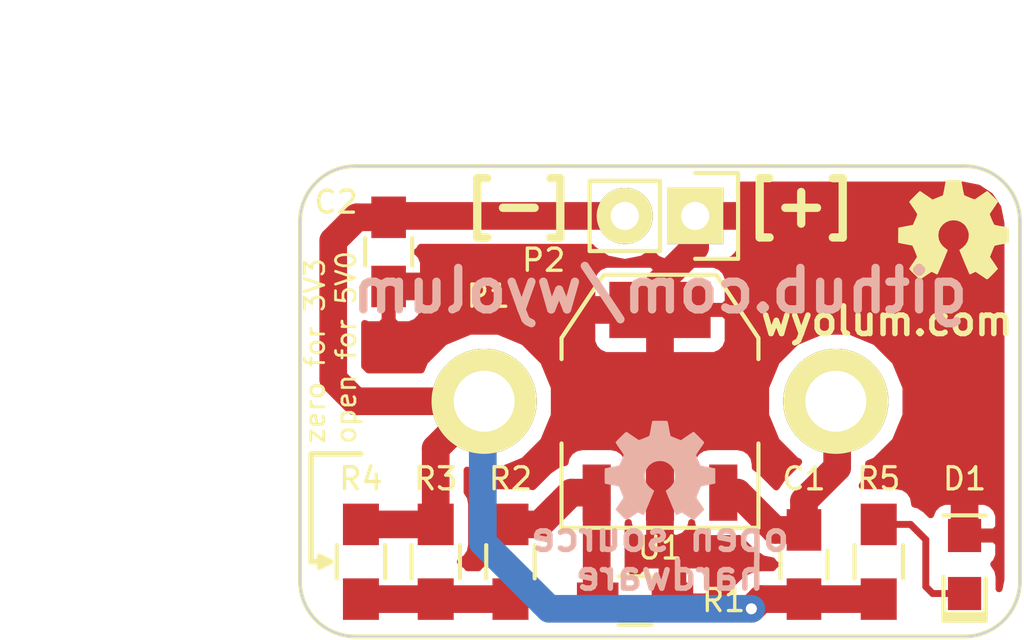
<source format=kicad_pcb>
(kicad_pcb (version 4) (host pcbnew 0.201506162246+5763~23~ubuntu14.10.1-product)

  (general
    (links 18)
    (no_connects 0)
    (area 75.800002 85.85 114.123715 108.775001)
    (thickness 1.6)
    (drawings 23)
    (tracks 49)
    (zones 0)
    (modules 13)
    (nets 7)
  )

  (page A4)
  (layers
    (0 F.Cu signal)
    (31 B.Cu signal)
    (32 B.Adhes user)
    (33 F.Adhes user)
    (34 B.Paste user)
    (35 F.Paste user)
    (36 B.SilkS user)
    (37 F.SilkS user)
    (38 B.Mask user)
    (39 F.Mask user)
    (40 Dwgs.User user)
    (41 Cmts.User user)
    (42 Eco1.User user)
    (43 Eco2.User user)
    (44 Edge.Cuts user)
    (45 Margin user)
    (46 B.CrtYd user)
    (47 F.CrtYd user)
    (48 B.Fab user)
    (49 F.Fab user)
  )

  (setup
    (last_trace_width 0.25)
    (user_trace_width 0.25)
    (user_trace_width 0.5)
    (user_trace_width 1)
    (trace_clearance 0.2)
    (zone_clearance 0.508)
    (zone_45_only no)
    (trace_min 0.2)
    (segment_width 0.2)
    (edge_width 0.1)
    (via_size 0.6)
    (via_drill 0.4)
    (via_min_size 0.4)
    (via_min_drill 0.3)
    (uvia_size 0.3)
    (uvia_drill 0.1)
    (uvias_allowed no)
    (uvia_min_size 0.2)
    (uvia_min_drill 0.1)
    (pcb_text_width 0.3)
    (pcb_text_size 1.5 1.5)
    (mod_edge_width 0.15)
    (mod_text_size 0.8 0.8)
    (mod_text_width 0.12)
    (pad_size 2.032 2.032)
    (pad_drill 1.016)
    (pad_to_mask_clearance 0)
    (aux_axis_origin 0 0)
    (visible_elements 7FFFFF7F)
    (pcbplotparams
      (layerselection 0x01030_80000001)
      (usegerberextensions false)
      (excludeedgelayer false)
      (linewidth 0.100000)
      (plotframeref false)
      (viasonmask false)
      (mode 1)
      (useauxorigin false)
      (hpglpennumber 1)
      (hpglpenspeed 20)
      (hpglpendiameter 15)
      (hpglpenoverlay 2)
      (psnegative false)
      (psa4output false)
      (plotreference true)
      (plotvalue true)
      (plotinvisibletext false)
      (padsonsilk false)
      (subtractmaskfromsilk false)
      (outputformat 4)
      (mirror false)
      (drillshape 0)
      (scaleselection 1)
      (outputdirectory gerber/))
  )

  (net 0 "")
  (net 1 /9V)
  (net 2 /GND)
  (net 3 /Vout)
  (net 4 "Net-(D1-Pad1)")
  (net 5 /ADJ)
  (net 6 /ADJ2)

  (net_class Default "This is the default net class."
    (clearance 0.2)
    (trace_width 0.25)
    (via_dia 0.6)
    (via_drill 0.4)
    (uvia_dia 0.3)
    (uvia_drill 0.1)
    (add_net "Net-(D1-Pad1)")
  )

  (net_class 0.5mm ""
    (clearance 0.2)
    (trace_width 0.5)
    (via_dia 0.6)
    (via_drill 0.4)
    (uvia_dia 0.3)
    (uvia_drill 0.1)
  )

  (net_class 1mm ""
    (clearance 0.2)
    (trace_width 1)
    (via_dia 0.6)
    (via_drill 0.4)
    (uvia_dia 0.3)
    (uvia_drill 0.1)
    (add_net /9V)
    (add_net /ADJ)
    (add_net /ADJ2)
    (add_net /GND)
    (add_net /Vout)
  )

  (module 9Vsnap:OSHW_logo_notext (layer B.Cu) (tedit 0) (tstamp 5582B6E1)
    (at 100 102.5 180)
    (fp_text reference G*** (at 0 -2.1209 180) (layer B.SilkS) hide
      (effects (font (size 0.8 0.8) (thickness 0.12)) (justify mirror))
    )
    (fp_text value LOGO (at 0 2.1209 180) (layer B.SilkS) hide
      (effects (font (size 0.8 0.8) (thickness 0.12)) (justify mirror))
    )
    (fp_poly (pts (xy -1.21158 -1.79578) (xy -1.19126 -1.78562) (xy -1.143 -1.75514) (xy -1.07696 -1.71196)
      (xy -0.99822 -1.65862) (xy -0.91948 -1.60528) (xy -0.85344 -1.5621) (xy -0.80772 -1.53162)
      (xy -0.78994 -1.52146) (xy -0.77978 -1.524) (xy -0.74168 -1.54432) (xy -0.6858 -1.57226)
      (xy -0.65532 -1.5875) (xy -0.60452 -1.61036) (xy -0.57912 -1.61544) (xy -0.57658 -1.60782)
      (xy -0.55626 -1.56972) (xy -0.52832 -1.50368) (xy -0.49022 -1.41732) (xy -0.44704 -1.31572)
      (xy -0.40132 -1.2065) (xy -0.3556 -1.09474) (xy -0.30988 -0.98806) (xy -0.27178 -0.89154)
      (xy -0.23876 -0.81534) (xy -0.21844 -0.75946) (xy -0.21082 -0.7366) (xy -0.21336 -0.73152)
      (xy -0.23876 -0.70866) (xy -0.28194 -0.67564) (xy -0.37846 -0.5969) (xy -0.4699 -0.48006)
      (xy -0.52832 -0.34798) (xy -0.5461 -0.20066) (xy -0.53086 -0.06604) (xy -0.47752 0.0635)
      (xy -0.38608 0.18288) (xy -0.27432 0.26924) (xy -0.14478 0.32512) (xy 0 0.3429)
      (xy 0.1397 0.32766) (xy 0.27178 0.27432) (xy 0.39116 0.18542) (xy 0.43942 0.127)
      (xy 0.508 0.00762) (xy 0.54864 -0.11938) (xy 0.55118 -0.14986) (xy 0.5461 -0.2921)
      (xy 0.50546 -0.42672) (xy 0.4318 -0.5461) (xy 0.32766 -0.64516) (xy 0.31496 -0.65532)
      (xy 0.2667 -0.69088) (xy 0.23622 -0.71374) (xy 0.21082 -0.73406) (xy 0.38862 -1.16586)
      (xy 0.41656 -1.23444) (xy 0.46736 -1.35128) (xy 0.51054 -1.45288) (xy 0.54356 -1.53416)
      (xy 0.56896 -1.5875) (xy 0.57912 -1.61036) (xy 0.57912 -1.61036) (xy 0.59436 -1.6129)
      (xy 0.62738 -1.6002) (xy 0.68834 -1.57226) (xy 0.72898 -1.55194) (xy 0.7747 -1.52908)
      (xy 0.79502 -1.52146) (xy 0.8128 -1.53162) (xy 0.85598 -1.55956) (xy 0.91948 -1.60274)
      (xy 0.99568 -1.65354) (xy 1.06934 -1.70434) (xy 1.13792 -1.75006) (xy 1.18618 -1.78054)
      (xy 1.21158 -1.79324) (xy 1.21412 -1.79324) (xy 1.23444 -1.78054) (xy 1.27508 -1.75006)
      (xy 1.3335 -1.69418) (xy 1.41478 -1.6129) (xy 1.42748 -1.6002) (xy 1.49606 -1.52908)
      (xy 1.55194 -1.47066) (xy 1.59004 -1.43002) (xy 1.60274 -1.41224) (xy 1.60274 -1.41224)
      (xy 1.59004 -1.38684) (xy 1.55956 -1.33858) (xy 1.51384 -1.27) (xy 1.4605 -1.19126)
      (xy 1.31826 -0.98298) (xy 1.397 -0.7874) (xy 1.41986 -0.72898) (xy 1.45034 -0.65532)
      (xy 1.4732 -0.60452) (xy 1.4859 -0.58166) (xy 1.50622 -0.57404) (xy 1.55956 -0.56134)
      (xy 1.6383 -0.54356) (xy 1.72974 -0.52832) (xy 1.81864 -0.51054) (xy 1.89738 -0.4953)
      (xy 1.9558 -0.48514) (xy 1.9812 -0.48006) (xy 1.98628 -0.47498) (xy 1.99136 -0.46228)
      (xy 1.99644 -0.43688) (xy 1.99644 -0.38862) (xy 1.99898 -0.31242) (xy 1.99898 -0.20066)
      (xy 1.99898 -0.1905) (xy 1.99644 -0.08382) (xy 1.99644 0) (xy 1.9939 0.05334)
      (xy 1.98882 0.07366) (xy 1.98882 0.07366) (xy 1.96342 0.08128) (xy 1.90754 0.09144)
      (xy 1.8288 0.10922) (xy 1.73228 0.127) (xy 1.7272 0.127) (xy 1.63322 0.14478)
      (xy 1.55448 0.16256) (xy 1.4986 0.17526) (xy 1.47574 0.18288) (xy 1.47066 0.18796)
      (xy 1.45034 0.22606) (xy 1.4224 0.28448) (xy 1.39192 0.3556) (xy 1.36144 0.42926)
      (xy 1.3335 0.49784) (xy 1.31572 0.5461) (xy 1.31064 0.56896) (xy 1.31064 0.56896)
      (xy 1.32588 0.59182) (xy 1.3589 0.64262) (xy 1.40462 0.70866) (xy 1.4605 0.78994)
      (xy 1.46304 0.79756) (xy 1.51892 0.8763) (xy 1.5621 0.94488) (xy 1.59258 0.99314)
      (xy 1.60274 1.01346) (xy 1.60274 1.016) (xy 1.58496 1.03886) (xy 1.54432 1.08458)
      (xy 1.4859 1.14554) (xy 1.41478 1.21666) (xy 1.39192 1.23698) (xy 1.31572 1.31318)
      (xy 1.26238 1.36398) (xy 1.22682 1.38938) (xy 1.21158 1.397) (xy 1.21158 1.39446)
      (xy 1.18618 1.38176) (xy 1.13538 1.34874) (xy 1.0668 1.30048) (xy 0.98552 1.24714)
      (xy 0.98044 1.24206) (xy 0.9017 1.18872) (xy 0.83566 1.143) (xy 0.7874 1.11252)
      (xy 0.76708 1.09982) (xy 0.762 1.09982) (xy 0.73152 1.10998) (xy 0.6731 1.12776)
      (xy 0.60452 1.1557) (xy 0.53086 1.18618) (xy 0.46228 1.21412) (xy 0.41148 1.23698)
      (xy 0.38862 1.24968) (xy 0.38862 1.25222) (xy 0.37846 1.28016) (xy 0.36576 1.34112)
      (xy 0.34798 1.4224) (xy 0.3302 1.52146) (xy 0.32766 1.5367) (xy 0.30988 1.63068)
      (xy 0.29464 1.70942) (xy 0.28194 1.7653) (xy 0.27686 1.78816) (xy 0.26416 1.7907)
      (xy 0.2159 1.79324) (xy 0.14478 1.79578) (xy 0.05842 1.79578) (xy -0.03048 1.79578)
      (xy -0.11684 1.79324) (xy -0.19304 1.7907) (xy -0.24638 1.78816) (xy -0.26924 1.78308)
      (xy -0.27178 1.78054) (xy -0.2794 1.7526) (xy -0.2921 1.69164) (xy -0.30988 1.61036)
      (xy -0.32766 1.5113) (xy -0.3302 1.49352) (xy -0.34798 1.39954) (xy -0.36576 1.3208)
      (xy -0.37592 1.26746) (xy -0.38354 1.24714) (xy -0.39116 1.24206) (xy -0.42926 1.22428)
      (xy -0.49276 1.19888) (xy -0.57404 1.16586) (xy -0.75692 1.0922) (xy -0.98044 1.24714)
      (xy -1.00076 1.25984) (xy -1.08204 1.31572) (xy -1.14808 1.3589) (xy -1.1938 1.38938)
      (xy -1.21412 1.39954) (xy -1.21412 1.39954) (xy -1.23698 1.37922) (xy -1.2827 1.33858)
      (xy -1.34366 1.27762) (xy -1.41224 1.20904) (xy -1.46558 1.1557) (xy -1.52654 1.0922)
      (xy -1.56718 1.05156) (xy -1.5875 1.02362) (xy -1.59512 1.00584) (xy -1.59258 0.99568)
      (xy -1.57988 0.97282) (xy -1.54686 0.92456) (xy -1.50114 0.85598) (xy -1.44526 0.77724)
      (xy -1.39954 0.70866) (xy -1.35128 0.635) (xy -1.3208 0.58166) (xy -1.3081 0.55372)
      (xy -1.31064 0.54356) (xy -1.32842 0.50038) (xy -1.35382 0.4318) (xy -1.38684 0.35306)
      (xy -1.46558 0.17526) (xy -1.58242 0.15494) (xy -1.65354 0.1397) (xy -1.7526 0.12192)
      (xy -1.84658 0.10414) (xy -1.9939 0.07366) (xy -1.99898 -0.46482) (xy -1.97612 -0.47498)
      (xy -1.95326 -0.4826) (xy -1.89992 -0.49276) (xy -1.82118 -0.508) (xy -1.72974 -0.52578)
      (xy -1.651 -0.54102) (xy -1.57226 -0.55626) (xy -1.51638 -0.56642) (xy -1.49098 -0.5715)
      (xy -1.48336 -0.58166) (xy -1.46304 -0.61976) (xy -1.4351 -0.68072) (xy -1.40462 -0.75438)
      (xy -1.37414 -0.82804) (xy -1.3462 -0.89916) (xy -1.32588 -0.9525) (xy -1.31826 -0.98044)
      (xy -1.32842 -1.00076) (xy -1.3589 -1.04648) (xy -1.40208 -1.11252) (xy -1.45542 -1.19126)
      (xy -1.5113 -1.27) (xy -1.55448 -1.33858) (xy -1.5875 -1.38684) (xy -1.6002 -1.40716)
      (xy -1.59258 -1.4224) (xy -1.5621 -1.4605) (xy -1.50368 -1.52146) (xy -1.41478 -1.61036)
      (xy -1.39954 -1.62306) (xy -1.33096 -1.69164) (xy -1.27 -1.74498) (xy -1.22936 -1.78308)
      (xy -1.21158 -1.79578)) (layer B.SilkS) (width 0.00254))
  )

  (module 9Vsnap:OSHW_logo_notext (layer F.Cu) (tedit 0) (tstamp 5580A689)
    (at 110.6 93.8)
    (fp_text reference G*** (at 0 2.1209) (layer F.SilkS) hide
      (effects (font (size 0.8 0.8) (thickness 0.12)))
    )
    (fp_text value LOGO (at 0 -2.1209) (layer F.SilkS) hide
      (effects (font (size 0.8 0.8) (thickness 0.12)))
    )
    (fp_poly (pts (xy -1.21158 1.79578) (xy -1.19126 1.78562) (xy -1.143 1.75514) (xy -1.07696 1.71196)
      (xy -0.99822 1.65862) (xy -0.91948 1.60528) (xy -0.85344 1.5621) (xy -0.80772 1.53162)
      (xy -0.78994 1.52146) (xy -0.77978 1.524) (xy -0.74168 1.54432) (xy -0.6858 1.57226)
      (xy -0.65532 1.5875) (xy -0.60452 1.61036) (xy -0.57912 1.61544) (xy -0.57658 1.60782)
      (xy -0.55626 1.56972) (xy -0.52832 1.50368) (xy -0.49022 1.41732) (xy -0.44704 1.31572)
      (xy -0.40132 1.2065) (xy -0.3556 1.09474) (xy -0.30988 0.98806) (xy -0.27178 0.89154)
      (xy -0.23876 0.81534) (xy -0.21844 0.75946) (xy -0.21082 0.7366) (xy -0.21336 0.73152)
      (xy -0.23876 0.70866) (xy -0.28194 0.67564) (xy -0.37846 0.5969) (xy -0.4699 0.48006)
      (xy -0.52832 0.34798) (xy -0.5461 0.20066) (xy -0.53086 0.06604) (xy -0.47752 -0.0635)
      (xy -0.38608 -0.18288) (xy -0.27432 -0.26924) (xy -0.14478 -0.32512) (xy 0 -0.3429)
      (xy 0.1397 -0.32766) (xy 0.27178 -0.27432) (xy 0.39116 -0.18542) (xy 0.43942 -0.127)
      (xy 0.508 -0.00762) (xy 0.54864 0.11938) (xy 0.55118 0.14986) (xy 0.5461 0.2921)
      (xy 0.50546 0.42672) (xy 0.4318 0.5461) (xy 0.32766 0.64516) (xy 0.31496 0.65532)
      (xy 0.2667 0.69088) (xy 0.23622 0.71374) (xy 0.21082 0.73406) (xy 0.38862 1.16586)
      (xy 0.41656 1.23444) (xy 0.46736 1.35128) (xy 0.51054 1.45288) (xy 0.54356 1.53416)
      (xy 0.56896 1.5875) (xy 0.57912 1.61036) (xy 0.57912 1.61036) (xy 0.59436 1.6129)
      (xy 0.62738 1.6002) (xy 0.68834 1.57226) (xy 0.72898 1.55194) (xy 0.7747 1.52908)
      (xy 0.79502 1.52146) (xy 0.8128 1.53162) (xy 0.85598 1.55956) (xy 0.91948 1.60274)
      (xy 0.99568 1.65354) (xy 1.06934 1.70434) (xy 1.13792 1.75006) (xy 1.18618 1.78054)
      (xy 1.21158 1.79324) (xy 1.21412 1.79324) (xy 1.23444 1.78054) (xy 1.27508 1.75006)
      (xy 1.3335 1.69418) (xy 1.41478 1.6129) (xy 1.42748 1.6002) (xy 1.49606 1.52908)
      (xy 1.55194 1.47066) (xy 1.59004 1.43002) (xy 1.60274 1.41224) (xy 1.60274 1.41224)
      (xy 1.59004 1.38684) (xy 1.55956 1.33858) (xy 1.51384 1.27) (xy 1.4605 1.19126)
      (xy 1.31826 0.98298) (xy 1.397 0.7874) (xy 1.41986 0.72898) (xy 1.45034 0.65532)
      (xy 1.4732 0.60452) (xy 1.4859 0.58166) (xy 1.50622 0.57404) (xy 1.55956 0.56134)
      (xy 1.6383 0.54356) (xy 1.72974 0.52832) (xy 1.81864 0.51054) (xy 1.89738 0.4953)
      (xy 1.9558 0.48514) (xy 1.9812 0.48006) (xy 1.98628 0.47498) (xy 1.99136 0.46228)
      (xy 1.99644 0.43688) (xy 1.99644 0.38862) (xy 1.99898 0.31242) (xy 1.99898 0.20066)
      (xy 1.99898 0.1905) (xy 1.99644 0.08382) (xy 1.99644 0) (xy 1.9939 -0.05334)
      (xy 1.98882 -0.07366) (xy 1.98882 -0.07366) (xy 1.96342 -0.08128) (xy 1.90754 -0.09144)
      (xy 1.8288 -0.10922) (xy 1.73228 -0.127) (xy 1.7272 -0.127) (xy 1.63322 -0.14478)
      (xy 1.55448 -0.16256) (xy 1.4986 -0.17526) (xy 1.47574 -0.18288) (xy 1.47066 -0.18796)
      (xy 1.45034 -0.22606) (xy 1.4224 -0.28448) (xy 1.39192 -0.3556) (xy 1.36144 -0.42926)
      (xy 1.3335 -0.49784) (xy 1.31572 -0.5461) (xy 1.31064 -0.56896) (xy 1.31064 -0.56896)
      (xy 1.32588 -0.59182) (xy 1.3589 -0.64262) (xy 1.40462 -0.70866) (xy 1.4605 -0.78994)
      (xy 1.46304 -0.79756) (xy 1.51892 -0.8763) (xy 1.5621 -0.94488) (xy 1.59258 -0.99314)
      (xy 1.60274 -1.01346) (xy 1.60274 -1.016) (xy 1.58496 -1.03886) (xy 1.54432 -1.08458)
      (xy 1.4859 -1.14554) (xy 1.41478 -1.21666) (xy 1.39192 -1.23698) (xy 1.31572 -1.31318)
      (xy 1.26238 -1.36398) (xy 1.22682 -1.38938) (xy 1.21158 -1.397) (xy 1.21158 -1.39446)
      (xy 1.18618 -1.38176) (xy 1.13538 -1.34874) (xy 1.0668 -1.30048) (xy 0.98552 -1.24714)
      (xy 0.98044 -1.24206) (xy 0.9017 -1.18872) (xy 0.83566 -1.143) (xy 0.7874 -1.11252)
      (xy 0.76708 -1.09982) (xy 0.762 -1.09982) (xy 0.73152 -1.10998) (xy 0.6731 -1.12776)
      (xy 0.60452 -1.1557) (xy 0.53086 -1.18618) (xy 0.46228 -1.21412) (xy 0.41148 -1.23698)
      (xy 0.38862 -1.24968) (xy 0.38862 -1.25222) (xy 0.37846 -1.28016) (xy 0.36576 -1.34112)
      (xy 0.34798 -1.4224) (xy 0.3302 -1.52146) (xy 0.32766 -1.5367) (xy 0.30988 -1.63068)
      (xy 0.29464 -1.70942) (xy 0.28194 -1.7653) (xy 0.27686 -1.78816) (xy 0.26416 -1.7907)
      (xy 0.2159 -1.79324) (xy 0.14478 -1.79578) (xy 0.05842 -1.79578) (xy -0.03048 -1.79578)
      (xy -0.11684 -1.79324) (xy -0.19304 -1.7907) (xy -0.24638 -1.78816) (xy -0.26924 -1.78308)
      (xy -0.27178 -1.78054) (xy -0.2794 -1.7526) (xy -0.2921 -1.69164) (xy -0.30988 -1.61036)
      (xy -0.32766 -1.5113) (xy -0.3302 -1.49352) (xy -0.34798 -1.39954) (xy -0.36576 -1.3208)
      (xy -0.37592 -1.26746) (xy -0.38354 -1.24714) (xy -0.39116 -1.24206) (xy -0.42926 -1.22428)
      (xy -0.49276 -1.19888) (xy -0.57404 -1.16586) (xy -0.75692 -1.0922) (xy -0.98044 -1.24714)
      (xy -1.00076 -1.25984) (xy -1.08204 -1.31572) (xy -1.14808 -1.3589) (xy -1.1938 -1.38938)
      (xy -1.21412 -1.39954) (xy -1.21412 -1.39954) (xy -1.23698 -1.37922) (xy -1.2827 -1.33858)
      (xy -1.34366 -1.27762) (xy -1.41224 -1.20904) (xy -1.46558 -1.1557) (xy -1.52654 -1.0922)
      (xy -1.56718 -1.05156) (xy -1.5875 -1.02362) (xy -1.59512 -1.00584) (xy -1.59258 -0.99568)
      (xy -1.57988 -0.97282) (xy -1.54686 -0.92456) (xy -1.50114 -0.85598) (xy -1.44526 -0.77724)
      (xy -1.39954 -0.70866) (xy -1.35128 -0.635) (xy -1.3208 -0.58166) (xy -1.3081 -0.55372)
      (xy -1.31064 -0.54356) (xy -1.32842 -0.50038) (xy -1.35382 -0.4318) (xy -1.38684 -0.35306)
      (xy -1.46558 -0.17526) (xy -1.58242 -0.15494) (xy -1.65354 -0.1397) (xy -1.7526 -0.12192)
      (xy -1.84658 -0.10414) (xy -1.9939 -0.07366) (xy -1.99898 0.46482) (xy -1.97612 0.47498)
      (xy -1.95326 0.4826) (xy -1.89992 0.49276) (xy -1.82118 0.508) (xy -1.72974 0.52578)
      (xy -1.651 0.54102) (xy -1.57226 0.55626) (xy -1.51638 0.56642) (xy -1.49098 0.5715)
      (xy -1.48336 0.58166) (xy -1.46304 0.61976) (xy -1.4351 0.68072) (xy -1.40462 0.75438)
      (xy -1.37414 0.82804) (xy -1.3462 0.89916) (xy -1.32588 0.9525) (xy -1.31826 0.98044)
      (xy -1.32842 1.00076) (xy -1.3589 1.04648) (xy -1.40208 1.11252) (xy -1.45542 1.19126)
      (xy -1.5113 1.27) (xy -1.55448 1.33858) (xy -1.5875 1.38684) (xy -1.6002 1.40716)
      (xy -1.59258 1.4224) (xy -1.5621 1.4605) (xy -1.50368 1.52146) (xy -1.41478 1.61036)
      (xy -1.39954 1.62306) (xy -1.33096 1.69164) (xy -1.27 1.74498) (xy -1.22936 1.78308)
      (xy -1.21158 1.79578)) (layer F.SilkS) (width 0.00254))
  )

  (module 9Vsnap:Pin_Header_Straight_1x02 (layer F.Cu) (tedit 557FEEDC) (tstamp 557F249C)
    (at 100 93.3 270)
    (descr "Through hole pin header")
    (tags "pin header")
    (path /557F1094)
    (fp_text reference P2 (at 1.6 4.2 360) (layer F.SilkS)
      (effects (font (size 0.8 0.8) (thickness 0.12)))
    )
    (fp_text value OUT (at 1.6 -4.5 360) (layer F.Fab)
      (effects (font (size 0.8 0.8) (thickness 0.12)))
    )
    (fp_line (start 1.27 0) (end 1.27 2.54) (layer F.SilkS) (width 0.15))
    (fp_line (start 1.55 -2.82) (end 1.55 -1.27) (layer F.SilkS) (width 0.15))
    (fp_line (start -1.75 -3.02) (end -1.75 3.03) (layer F.CrtYd) (width 0.05))
    (fp_line (start 1.75 -3.02) (end 1.75 3.03) (layer F.CrtYd) (width 0.05))
    (fp_line (start -1.75 -3.02) (end 1.75 -3.02) (layer F.CrtYd) (width 0.05))
    (fp_line (start -1.75 3.03) (end 1.75 3.03) (layer F.CrtYd) (width 0.05))
    (fp_line (start 1.27 0) (end -1.27 0) (layer F.SilkS) (width 0.15))
    (fp_line (start -1.55 -1.27) (end -1.55 -2.82) (layer F.SilkS) (width 0.15))
    (fp_line (start -1.55 -2.82) (end 1.55 -2.82) (layer F.SilkS) (width 0.15))
    (fp_line (start -1.27 0) (end -1.27 2.54) (layer F.SilkS) (width 0.15))
    (fp_line (start -1.27 2.54) (end 1.27 2.54) (layer F.SilkS) (width 0.15))
    (pad 1 thru_hole rect (at 0 -1.27 270) (size 2.032 2.032) (drill 1.016) (layers *.Cu *.Mask F.SilkS)
      (net 3 /Vout))
    (pad 2 thru_hole oval (at 0 1.27 270) (size 2.032 2.032) (drill 1.016) (layers *.Cu *.Mask F.SilkS)
      (net 2 /GND))
    (model Pin_Headers.3dshapes/Pin_Header_Straight_1x02.wrl
      (at (xyz 0 0 0))
      (scale (xyz 1 1 1))
      (rotate (xyz 0 0 90))
    )
    (model /usr/share/kicad/modules/packages3d/Pin_Headers.3dshapes/Pin_Header_Straight_1x02.wrl
      (at (xyz 0 0 0))
      (scale (xyz 1 1 1))
      (rotate (xyz 0 0 90))
    )
  )

  (module 9Vsnap:SOT-223 (layer F.Cu) (tedit 557FEEA6) (tstamp 557F24BA)
    (at 100 100)
    (descr "module CMS SOT223 4 pins")
    (tags "CMS SOT")
    (path /557F083B)
    (attr smd)
    (fp_text reference U1 (at 0 5.3) (layer F.SilkS)
      (effects (font (size 0.8 0.8) (thickness 0.12)))
    )
    (fp_text value LM317EMP (at 0 0.762) (layer F.Fab) hide
      (effects (font (size 0.8 0.8) (thickness 0.12)))
    )
    (fp_line (start -3.556 1.524) (end -3.556 4.572) (layer F.SilkS) (width 0.15))
    (fp_line (start -3.556 4.572) (end 3.556 4.572) (layer F.SilkS) (width 0.15))
    (fp_line (start 3.556 4.572) (end 3.556 1.524) (layer F.SilkS) (width 0.15))
    (fp_line (start -3.556 -1.524) (end -3.556 -2.286) (layer F.SilkS) (width 0.15))
    (fp_line (start -3.556 -2.286) (end -2.032 -4.572) (layer F.SilkS) (width 0.15))
    (fp_line (start -2.032 -4.572) (end 2.032 -4.572) (layer F.SilkS) (width 0.15))
    (fp_line (start 2.032 -4.572) (end 3.556 -2.286) (layer F.SilkS) (width 0.15))
    (fp_line (start 3.556 -2.286) (end 3.556 -1.524) (layer F.SilkS) (width 0.15))
    (pad 2 smd rect (at 0 -3.302) (size 3.6576 2.032) (layers F.Cu F.Paste F.Mask)
      (net 3 /Vout))
    (pad 2 smd rect (at 0 3.302) (size 1.016 2.032) (layers F.Cu F.Paste F.Mask)
      (net 3 /Vout))
    (pad 3 smd rect (at 2.286 3.302) (size 1.016 2.032) (layers F.Cu F.Paste F.Mask)
      (net 1 /9V))
    (pad 1 smd rect (at -2.286 3.302) (size 1.016 2.032) (layers F.Cu F.Paste F.Mask)
      (net 5 /ADJ))
    (model SMD_Packages.3dshapes/SOT-223.wrl
      (at (xyz 0 0 0))
      (scale (xyz 0.4 0.4 0.4))
      (rotate (xyz 0 0 0))
    )
    (model /usr/share/kicad/modules/packages3d/SMD_Packages.3dshapes/SOT-223.wrl
      (at (xyz 0 0 0))
      (scale (xyz 0.4 0.4 0.4))
      (rotate (xyz 0 0 0))
    )
  )

  (module 9Vsnap:R_0805_HandSoldering (layer F.Cu) (tedit 557FEEAD) (tstamp 557F24B5)
    (at 107.9 105.8 90)
    (descr "Resistor SMD 0805, hand soldering")
    (tags "resistor 0805")
    (path /557F0BA5)
    (attr smd)
    (fp_text reference R5 (at 3 0 180) (layer F.SilkS)
      (effects (font (size 0.8 0.8) (thickness 0.12)))
    )
    (fp_text value 330 (at 0 2.1 90) (layer F.Fab) hide
      (effects (font (size 0.8 0.8) (thickness 0.12)))
    )
    (fp_line (start -2.4 -1) (end 2.4 -1) (layer F.CrtYd) (width 0.05))
    (fp_line (start -2.4 1) (end 2.4 1) (layer F.CrtYd) (width 0.05))
    (fp_line (start -2.4 -1) (end -2.4 1) (layer F.CrtYd) (width 0.05))
    (fp_line (start 2.4 -1) (end 2.4 1) (layer F.CrtYd) (width 0.05))
    (fp_line (start 0.6 0.875) (end -0.6 0.875) (layer F.SilkS) (width 0.15))
    (fp_line (start -0.6 -0.875) (end 0.6 -0.875) (layer F.SilkS) (width 0.15))
    (pad 1 smd rect (at -1.35 0 90) (size 1.5 1.3) (layers F.Cu F.Paste F.Mask)
      (net 2 /GND))
    (pad 2 smd rect (at 1.35 0 90) (size 1.5 1.3) (layers F.Cu F.Paste F.Mask)
      (net 4 "Net-(D1-Pad1)"))
    (model Resistors_SMD.3dshapes/R_0805_HandSoldering.wrl
      (at (xyz 0 0 0))
      (scale (xyz 1 1 1))
      (rotate (xyz 0 0 0))
    )
    (model /usr/share/kicad/modules/packages3d/Resistors_SMD.3dshapes/R_0805_HandSoldering.wrl
      (at (xyz 0 0 0))
      (scale (xyz 1 1 1))
      (rotate (xyz 0 0 0))
    )
  )

  (module 9Vsnap:R_0805_HandSoldering (layer F.Cu) (tedit 557FEE88) (tstamp 557F24B0)
    (at 89.2 105.8 270)
    (descr "Resistor SMD 0805, hand soldering")
    (tags "resistor 0805")
    (path /557F1056)
    (attr smd)
    (fp_text reference R4 (at -3 0 360) (layer F.SilkS)
      (effects (font (size 0.8 0.8) (thickness 0.12)))
    )
    (fp_text value R0 (at 0 2.1 270) (layer F.Fab) hide
      (effects (font (size 0.8 0.8) (thickness 0.12)))
    )
    (fp_line (start -2.4 -1) (end 2.4 -1) (layer F.CrtYd) (width 0.05))
    (fp_line (start -2.4 1) (end 2.4 1) (layer F.CrtYd) (width 0.05))
    (fp_line (start -2.4 -1) (end -2.4 1) (layer F.CrtYd) (width 0.05))
    (fp_line (start 2.4 -1) (end 2.4 1) (layer F.CrtYd) (width 0.05))
    (fp_line (start 0.6 0.875) (end -0.6 0.875) (layer F.SilkS) (width 0.15))
    (fp_line (start -0.6 -0.875) (end 0.6 -0.875) (layer F.SilkS) (width 0.15))
    (pad 1 smd rect (at -1.35 0 270) (size 1.5 1.3) (layers F.Cu F.Paste F.Mask)
      (net 2 /GND))
    (pad 2 smd rect (at 1.35 0 270) (size 1.5 1.3) (layers F.Cu F.Paste F.Mask)
      (net 6 /ADJ2))
    (model Resistors_SMD.3dshapes/R_0805_HandSoldering.wrl
      (at (xyz 0 0 0))
      (scale (xyz 1 1 1))
      (rotate (xyz 0 0 0))
    )
    (model /usr/share/kicad/modules/packages3d/Resistors_SMD.3dshapes/R_0805_HandSoldering.wrl
      (at (xyz 0 0 0))
      (scale (xyz 1 1 1))
      (rotate (xyz 0 0 0))
    )
  )

  (module 9Vsnap:R_0805_HandSoldering (layer F.Cu) (tedit 557FEE95) (tstamp 557F24AB)
    (at 91.9 105.8 270)
    (descr "Resistor SMD 0805, hand soldering")
    (tags "resistor 0805")
    (path /557F0B2D)
    (attr smd)
    (fp_text reference R3 (at -3 0 360) (layer F.SilkS)
      (effects (font (size 0.8 0.8) (thickness 0.12)))
    )
    (fp_text value 330 (at 0 2.1 270) (layer F.Fab) hide
      (effects (font (size 0.8 0.8) (thickness 0.12)))
    )
    (fp_line (start -2.4 -1) (end 2.4 -1) (layer F.CrtYd) (width 0.05))
    (fp_line (start -2.4 1) (end 2.4 1) (layer F.CrtYd) (width 0.05))
    (fp_line (start -2.4 -1) (end -2.4 1) (layer F.CrtYd) (width 0.05))
    (fp_line (start 2.4 -1) (end 2.4 1) (layer F.CrtYd) (width 0.05))
    (fp_line (start 0.6 0.875) (end -0.6 0.875) (layer F.SilkS) (width 0.15))
    (fp_line (start -0.6 -0.875) (end 0.6 -0.875) (layer F.SilkS) (width 0.15))
    (pad 1 smd rect (at -1.35 0 270) (size 1.5 1.3) (layers F.Cu F.Paste F.Mask)
      (net 2 /GND))
    (pad 2 smd rect (at 1.35 0 270) (size 1.5 1.3) (layers F.Cu F.Paste F.Mask)
      (net 6 /ADJ2))
    (model Resistors_SMD.3dshapes/R_0805_HandSoldering.wrl
      (at (xyz 0 0 0))
      (scale (xyz 1 1 1))
      (rotate (xyz 0 0 0))
    )
    (model /usr/share/kicad/modules/packages3d/Resistors_SMD.3dshapes/R_0805_HandSoldering.wrl
      (at (xyz 0 0 0))
      (scale (xyz 1 1 1))
      (rotate (xyz 0 0 0))
    )
  )

  (module 9Vsnap:R_0805_HandSoldering (layer F.Cu) (tedit 557FEE8E) (tstamp 557F24A6)
    (at 94.6 105.8 90)
    (descr "Resistor SMD 0805, hand soldering")
    (tags "resistor 0805")
    (path /557F0ACC)
    (attr smd)
    (fp_text reference R2 (at 3 0 180) (layer F.SilkS)
      (effects (font (size 0.8 0.8) (thickness 0.12)))
    )
    (fp_text value 390 (at 0 2.1 90) (layer F.Fab) hide
      (effects (font (size 0.8 0.8) (thickness 0.12)))
    )
    (fp_line (start -2.4 -1) (end 2.4 -1) (layer F.CrtYd) (width 0.05))
    (fp_line (start -2.4 1) (end 2.4 1) (layer F.CrtYd) (width 0.05))
    (fp_line (start -2.4 -1) (end -2.4 1) (layer F.CrtYd) (width 0.05))
    (fp_line (start 2.4 -1) (end 2.4 1) (layer F.CrtYd) (width 0.05))
    (fp_line (start 0.6 0.875) (end -0.6 0.875) (layer F.SilkS) (width 0.15))
    (fp_line (start -0.6 -0.875) (end 0.6 -0.875) (layer F.SilkS) (width 0.15))
    (pad 1 smd rect (at -1.35 0 90) (size 1.5 1.3) (layers F.Cu F.Paste F.Mask)
      (net 6 /ADJ2))
    (pad 2 smd rect (at 1.35 0 90) (size 1.5 1.3) (layers F.Cu F.Paste F.Mask)
      (net 5 /ADJ))
    (model Resistors_SMD.3dshapes/R_0805_HandSoldering.wrl
      (at (xyz 0 0 0))
      (scale (xyz 1 1 1))
      (rotate (xyz 0 0 0))
    )
    (model /usr/share/kicad/modules/packages3d/Resistors_SMD.3dshapes/R_0805_HandSoldering.wrl
      (at (xyz 0 0 0))
      (scale (xyz 1 1 1))
      (rotate (xyz 0 0 0))
    )
  )

  (module 9Vsnap:R_0805_HandSoldering (layer F.Cu) (tedit 557FEE9A) (tstamp 557F24A1)
    (at 99.1 107.2 180)
    (descr "Resistor SMD 0805, hand soldering")
    (tags "resistor 0805")
    (path /557F09CD)
    (attr smd)
    (fp_text reference R1 (at -3.2 0 180) (layer F.SilkS)
      (effects (font (size 0.8 0.8) (thickness 0.12)))
    )
    (fp_text value 240 (at 0 2.1 180) (layer F.Fab) hide
      (effects (font (size 0.8 0.8) (thickness 0.12)))
    )
    (fp_line (start -2.4 -1) (end 2.4 -1) (layer F.CrtYd) (width 0.05))
    (fp_line (start -2.4 1) (end 2.4 1) (layer F.CrtYd) (width 0.05))
    (fp_line (start -2.4 -1) (end -2.4 1) (layer F.CrtYd) (width 0.05))
    (fp_line (start 2.4 -1) (end 2.4 1) (layer F.CrtYd) (width 0.05))
    (fp_line (start 0.6 0.875) (end -0.6 0.875) (layer F.SilkS) (width 0.15))
    (fp_line (start -0.6 -0.875) (end 0.6 -0.875) (layer F.SilkS) (width 0.15))
    (pad 1 smd rect (at -1.35 0 180) (size 1.5 1.3) (layers F.Cu F.Paste F.Mask)
      (net 3 /Vout))
    (pad 2 smd rect (at 1.35 0 180) (size 1.5 1.3) (layers F.Cu F.Paste F.Mask)
      (net 5 /ADJ))
    (model Resistors_SMD.3dshapes/R_0805_HandSoldering.wrl
      (at (xyz 0 0 0))
      (scale (xyz 1 1 1))
      (rotate (xyz 0 0 0))
    )
    (model /usr/share/kicad/modules/packages3d/Resistors_SMD.3dshapes/R_0805_HandSoldering.wrl
      (at (xyz 0 0 0))
      (scale (xyz 1 1 1))
      (rotate (xyz 0 0 0))
    )
  )

  (module 9Vsnap:LED-0805 (layer F.Cu) (tedit 557FEEB9) (tstamp 557F248F)
    (at 111 105.9 90)
    (descr "LED 0805 smd package")
    (tags "LED 0805 SMD")
    (path /557F1005)
    (attr smd)
    (fp_text reference D1 (at 3.1 0 180) (layer F.SilkS)
      (effects (font (size 0.8 0.8) (thickness 0.12)))
    )
    (fp_text value LED (at 0 1.778 90) (layer F.Fab) hide
      (effects (font (size 0.8 0.8) (thickness 0.12)))
    )
    (fp_line (start 1.778 -0.762) (end 1.778 0.762) (layer F.SilkS) (width 0.15))
    (fp_line (start -1.778 0.762) (end -0.508 0.762) (layer F.SilkS) (width 0.15))
    (fp_line (start -1.778 -0.762) (end -0.4445 -0.762) (layer F.SilkS) (width 0.15))
    (fp_line (start -1.905 -0.762) (end -1.905 0.762) (layer F.SilkS) (width 0.15))
    (fp_line (start -1.778 0.762) (end -2.032 0.762) (layer F.SilkS) (width 0.15))
    (fp_line (start -2.032 0.762) (end -2.032 -0.762) (layer F.SilkS) (width 0.15))
    (fp_line (start -2.032 -0.762) (end -1.778 -0.762) (layer F.SilkS) (width 0.15))
    (fp_line (start -1.778 -0.762) (end -1.778 0.762) (layer F.SilkS) (width 0.15))
    (pad 2 smd rect (at 1.04902 0 270) (size 1.19888 1.19888) (layers F.Cu F.Paste F.Mask)
      (net 3 /Vout))
    (pad 1 smd rect (at -1.04902 0 270) (size 1.19888 1.19888) (layers F.Cu F.Paste F.Mask)
      (net 4 "Net-(D1-Pad1)"))
  )

  (module 9Vsnap:C_0805_HandSoldering (layer F.Cu) (tedit 557FEEE9) (tstamp 557F248A)
    (at 90.2 94.6 90)
    (descr "Capacitor SMD 0805, hand soldering")
    (tags "capacitor 0805")
    (path /557F0906)
    (attr smd)
    (fp_text reference C2 (at 1.8 -1.9 180) (layer F.SilkS)
      (effects (font (size 0.8 0.8) (thickness 0.12)))
    )
    (fp_text value 1uF (at 0 2.1 90) (layer F.Fab) hide
      (effects (font (size 0.8 0.8) (thickness 0.12)))
    )
    (fp_line (start -2.3 -1) (end 2.3 -1) (layer F.CrtYd) (width 0.05))
    (fp_line (start -2.3 1) (end 2.3 1) (layer F.CrtYd) (width 0.05))
    (fp_line (start -2.3 -1) (end -2.3 1) (layer F.CrtYd) (width 0.05))
    (fp_line (start 2.3 -1) (end 2.3 1) (layer F.CrtYd) (width 0.05))
    (fp_line (start 0.5 -0.85) (end -0.5 -0.85) (layer F.SilkS) (width 0.15))
    (fp_line (start -0.5 0.85) (end 0.5 0.85) (layer F.SilkS) (width 0.15))
    (pad 1 smd rect (at -1.25 0 90) (size 1.5 1.25) (layers F.Cu F.Paste F.Mask)
      (net 3 /Vout))
    (pad 2 smd rect (at 1.25 0 90) (size 1.5 1.25) (layers F.Cu F.Paste F.Mask)
      (net 2 /GND))
    (model Capacitors_SMD.3dshapes/C_0805_HandSoldering.wrl
      (at (xyz 0 0 0))
      (scale (xyz 1 1 1))
      (rotate (xyz 0 0 0))
    )
    (model /usr/share/kicad/modules/packages3d/Capacitors_SMD.3dshapes/C_0805_HandSoldering.wrl
      (at (xyz 0 0 0))
      (scale (xyz 1 1 1))
      (rotate (xyz 0 0 0))
    )
  )

  (module 9Vsnap:C_0805_HandSoldering (layer F.Cu) (tedit 557FEEB3) (tstamp 557F2485)
    (at 105.2 105.9 270)
    (descr "Capacitor SMD 0805, hand soldering")
    (tags "capacitor 0805")
    (path /557F088B)
    (attr smd)
    (fp_text reference C1 (at -3.1 0 360) (layer F.SilkS)
      (effects (font (size 0.8 0.8) (thickness 0.12)))
    )
    (fp_text value 100n (at 0 2.1 270) (layer F.Fab) hide
      (effects (font (size 0.8 0.8) (thickness 0.12)))
    )
    (fp_line (start -2.3 -1) (end 2.3 -1) (layer F.CrtYd) (width 0.05))
    (fp_line (start -2.3 1) (end 2.3 1) (layer F.CrtYd) (width 0.05))
    (fp_line (start -2.3 -1) (end -2.3 1) (layer F.CrtYd) (width 0.05))
    (fp_line (start 2.3 -1) (end 2.3 1) (layer F.CrtYd) (width 0.05))
    (fp_line (start 0.5 -0.85) (end -0.5 -0.85) (layer F.SilkS) (width 0.15))
    (fp_line (start -0.5 0.85) (end 0.5 0.85) (layer F.SilkS) (width 0.15))
    (pad 1 smd rect (at -1.25 0 270) (size 1.5 1.25) (layers F.Cu F.Paste F.Mask)
      (net 1 /9V))
    (pad 2 smd rect (at 1.25 0 270) (size 1.5 1.25) (layers F.Cu F.Paste F.Mask)
      (net 2 /GND))
    (model Capacitors_SMD.3dshapes/C_0805_HandSoldering.wrl
      (at (xyz 0 0 0))
      (scale (xyz 1 1 1))
      (rotate (xyz 0 0 0))
    )
    (model /usr/share/kicad/modules/packages3d/Capacitors_SMD.3dshapes/C_0805_HandSoldering.wrl
      (at (xyz 0 0 0))
      (scale (xyz 1 1 1))
      (rotate (xyz 0 0 0))
    )
  )

  (module 9Vsnap:9V_clip_968 (layer F.Cu) (tedit 5582A61A) (tstamp 557FD4AC)
    (at 100 100)
    (path /557F1DD2)
    (fp_text reference P1 (at -6.2 -3.8) (layer F.SilkS)
      (effects (font (size 0.8 0.8) (thickness 0.12)))
    )
    (fp_text value 9V_IN (at -6.4 -2.6) (layer F.Fab)
      (effects (font (size 0.8 0.8) (thickness 0.12)))
    )
    (fp_line (start 11 -8.5) (end -11 -8.5) (layer F.SilkS) (width 0.15))
    (fp_line (start 13 6.5) (end 13 -6.5) (layer F.SilkS) (width 0.15))
    (fp_line (start -11 8.5) (end 11 8.5) (layer F.SilkS) (width 0.15))
    (fp_line (start -13 -6.5) (end -13 6.5) (layer F.SilkS) (width 0.15))
    (fp_arc (start 11 -6.5) (end 11 -8.5) (angle 90) (layer F.SilkS) (width 0.15))
    (fp_arc (start 11 6.5) (end 13 6.5) (angle 90) (layer F.SilkS) (width 0.15))
    (fp_arc (start -11 6.5) (end -11 8.5) (angle 90) (layer F.SilkS) (width 0.15))
    (fp_arc (start -11 -6.5) (end -13 -6.5) (angle 90) (layer F.SilkS) (width 0.15))
    (pad 1 thru_hole circle (at 6.35 0) (size 3.8 3.8) (drill 2.2) (layers *.Cu *.Mask F.SilkS)
      (net 1 /9V))
    (pad 2 thru_hole circle (at -6.35 0) (size 3.8 3.8) (drill 2.2) (layers *.Cu *.Mask F.SilkS)
      (net 2 /GND))
    (model /home/anool/projects-git/9Vsnap/kicad/3d/9V_clip.wrl
      (at (xyz 0 0 -0.12))
      (scale (xyz 1 1 1))
      (rotate (xyz 0 90 90))
    )
    (model "/home/anool/projects-git/wyolum_kicad_library/libs/9V Duracell Battery.wrl"
      (at (xyz 0 0 -1.2))
      (scale (xyz 0 0 0))
      (rotate (xyz -90 0 0))
    )
    (model /home/anool/projects-git/wyolum_kicad_library/libs/9V_battery.x3d
      (at (xyz 0 0 -1.2))
      (scale (xyz 0.3937 0.3937 0.3937))
      (rotate (xyz -90 0 0))
    )
  )

  (gr_line (start 113 106.5) (end 113 93.5) (angle 90) (layer Edge.Cuts) (width 0.1))
  (gr_line (start 89 108.5) (end 111 108.5) (angle 90) (layer Edge.Cuts) (width 0.1))
  (gr_line (start 87 93.5) (end 87 106.5) (angle 90) (layer Edge.Cuts) (width 0.1))
  (gr_line (start 111 91.5) (end 89 91.5) (angle 90) (layer Edge.Cuts) (width 0.1))
  (gr_arc (start 111 93.5) (end 111 91.5) (angle 90) (layer Edge.Cuts) (width 0.1))
  (gr_arc (start 111 106.5) (end 113 106.5) (angle 90) (layer Edge.Cuts) (width 0.1))
  (gr_arc (start 89 106.5) (end 89 108.5) (angle 90) (layer Edge.Cuts) (width 0.1))
  (gr_arc (start 89 93.5) (end 87 93.5) (angle 90) (layer Edge.Cuts) (width 0.1))
  (gr_text github.com/wyolum (at 100 96) (layer B.SilkS)
    (effects (font (size 1.5 1.5) (thickness 0.3)) (justify mirror))
  )
  (gr_text wyolum.com (at 108.2 97.1) (layer F.SilkS)
    (effects (font (size 1 1) (thickness 0.2)))
  )
  (gr_line (start 87.7 106) (end 88.1 105.8) (angle 90) (layer F.SilkS) (width 0.2))
  (gr_line (start 87.7 105.6) (end 87.7 106) (angle 90) (layer F.SilkS) (width 0.2))
  (gr_line (start 88.1 105.8) (end 87.7 105.6) (angle 90) (layer F.SilkS) (width 0.2))
  (gr_line (start 87.4 105.8) (end 88.1 105.8) (angle 90) (layer F.SilkS) (width 0.2))
  (gr_line (start 87.4 101.9) (end 87.4 105.8) (angle 90) (layer F.SilkS) (width 0.2))
  (gr_line (start 89.2 101.9) (end 87.4 101.9) (angle 90) (layer F.SilkS) (width 0.2))
  (gr_text hardware (at 100.35 106.3) (layer B.SilkS)
    (effects (font (size 1 1) (thickness 0.2)) (justify mirror))
  )
  (gr_text "open source" (at 100 104.9) (layer B.SilkS)
    (effects (font (size 1 1) (thickness 0.2)) (justify mirror))
  )
  (dimension 26 (width 0.3) (layer Dwgs.User)
    (gr_text "26.000 mm" (at 100 87.35) (layer Dwgs.User)
      (effects (font (size 1.5 1.5) (thickness 0.3)))
    )
    (feature1 (pts (xy 113 91.5) (xy 113 86)))
    (feature2 (pts (xy 87 91.5) (xy 87 86)))
    (crossbar (pts (xy 87 88.7) (xy 113 88.7)))
    (arrow1a (pts (xy 113 88.7) (xy 111.873496 89.286421)))
    (arrow1b (pts (xy 113 88.7) (xy 111.873496 88.113579)))
    (arrow2a (pts (xy 87 88.7) (xy 88.126504 89.286421)))
    (arrow2b (pts (xy 87 88.7) (xy 88.126504 88.113579)))
  )
  (dimension 17 (width 0.3) (layer Dwgs.User)
    (gr_text "17.000 mm" (at 82.450001 100 270) (layer Dwgs.User)
      (effects (font (size 1.5 1.5) (thickness 0.3)))
    )
    (feature1 (pts (xy 87 108.5) (xy 81.100001 108.5)))
    (feature2 (pts (xy 87 91.5) (xy 81.100001 91.5)))
    (crossbar (pts (xy 83.800001 91.5) (xy 83.800001 108.5)))
    (arrow1a (pts (xy 83.800001 108.5) (xy 83.21358 107.373496)))
    (arrow1b (pts (xy 83.800001 108.5) (xy 84.386422 107.373496)))
    (arrow2a (pts (xy 83.800001 91.5) (xy 83.21358 92.626504)))
    (arrow2b (pts (xy 83.800001 91.5) (xy 84.386422 92.626504)))
  )
  (gr_text "zero for 3V3\nopen for 5V0" (at 88.1 101.6 90) (layer F.SilkS)
    (effects (font (size 0.7 0.7) (thickness 0.1)) (justify left))
  )
  (gr_text [-] (at 94.9 92.9) (layer F.SilkS)
    (effects (font (size 1.5 1.5) (thickness 0.3)))
  )
  (gr_text [+] (at 105.1 92.9) (layer F.SilkS)
    (effects (font (size 1.5 1.5) (thickness 0.3)))
  )

  (segment (start 105.2 104.65) (end 105.2 103.6) (width 1) (layer F.Cu) (net 1))
  (segment (start 105.2 103.6) (end 106.4 102.4) (width 1) (layer F.Cu) (net 1) (tstamp 557F24F2))
  (segment (start 106.4 102.4) (end 106.4 100) (width 1) (layer F.Cu) (net 1) (tstamp 557F24F3))
  (segment (start 102.286 103.302) (end 102.802 103.302) (width 1) (layer F.Cu) (net 1))
  (segment (start 104.15 104.65) (end 105.2 104.65) (width 1) (layer F.Cu) (net 1) (tstamp 557F24E7))
  (segment (start 102.802 103.302) (end 104.15 104.65) (width 1) (layer F.Cu) (net 1) (tstamp 557F24E6))
  (segment (start 105.2 107.15) (end 103.65 107.15) (width 1) (layer F.Cu) (net 2))
  (segment (start 93.6 105.1) (end 93.6 100) (width 1) (layer B.Cu) (net 2) (tstamp 557F25C0))
  (segment (start 96 107.5) (end 93.6 105.1) (width 1) (layer B.Cu) (net 2) (tstamp 557F25BF))
  (segment (start 102.6 107.5) (end 96 107.5) (width 1) (layer B.Cu) (net 2) (tstamp 557F25BE))
  (segment (start 103.3 107.5) (end 102.6 107.5) (width 1) (layer B.Cu) (net 2) (tstamp 557F25BD))
  (via (at 103.3 107.5) (size 0.6) (layers F.Cu B.Cu) (net 2))
  (segment (start 103.65 107.15) (end 103.3 107.5) (width 1) (layer F.Cu) (net 2) (tstamp 557F25BB))
  (segment (start 91.9 104.45) (end 91.9 101.7) (width 1) (layer F.Cu) (net 2))
  (segment (start 91.9 101.7) (end 93.6 100) (width 1) (layer F.Cu) (net 2) (tstamp 557F25B5))
  (segment (start 89.2 104.45) (end 91.9 104.45) (width 1) (layer F.Cu) (net 2))
  (segment (start 90.2 93.35) (end 89.05 93.35) (width 1) (layer F.Cu) (net 2))
  (segment (start 89.05 93.35) (end 88.2 94.2) (width 1) (layer F.Cu) (net 2) (tstamp 557F2541))
  (segment (start 88.2 94.2) (end 88.2 99.2) (width 1) (layer F.Cu) (net 2) (tstamp 557F2542))
  (segment (start 88.2 99.2) (end 89 100) (width 1) (layer F.Cu) (net 2) (tstamp 557F2543))
  (segment (start 89 100) (end 93.6 100) (width 1) (layer F.Cu) (net 2) (tstamp 557F2544))
  (segment (start 98.73 93.3) (end 90.25 93.3) (width 1) (layer F.Cu) (net 2))
  (segment (start 90.25 93.3) (end 90.2 93.35) (width 1) (layer F.Cu) (net 2) (tstamp 557F253E))
  (segment (start 105.2 107.15) (end 107.9 107.15) (width 1) (layer F.Cu) (net 2))
  (segment (start 100 103.302) (end 100 105) (width 1) (layer F.Cu) (net 3))
  (segment (start 100.45 105.45) (end 100.45 107.2) (width 1) (layer F.Cu) (net 3) (tstamp 557FD60B))
  (segment (start 100 105) (end 100.45 105.45) (width 1) (layer F.Cu) (net 3) (tstamp 557FD60A))
  (segment (start 90.2 95.85) (end 94.95 95.85) (width 1) (layer F.Cu) (net 3))
  (segment (start 95.798 96.698) (end 100 96.698) (width 1) (layer F.Cu) (net 3) (tstamp 557F254C))
  (segment (start 94.95 95.85) (end 95.798 96.698) (width 1) (layer F.Cu) (net 3) (tstamp 557F254B))
  (segment (start 111 104.85098) (end 111 98.1) (width 1) (layer F.Cu) (net 3))
  (segment (start 106.2 93.3) (end 101.27 93.3) (width 1) (layer F.Cu) (net 3) (tstamp 557F2524))
  (segment (start 111 98.1) (end 106.2 93.3) (width 1) (layer F.Cu) (net 3) (tstamp 557F2523))
  (segment (start 101.27 93.3) (end 101.27 94.43) (width 1) (layer F.Cu) (net 3))
  (segment (start 101.27 94.43) (end 100 95.7) (width 1) (layer F.Cu) (net 3) (tstamp 557F24FA))
  (segment (start 100 95.7) (end 100 96.698) (width 1) (layer F.Cu) (net 3) (tstamp 557F24FB))
  (segment (start 100 96.698) (end 100 103.302) (width 1) (layer F.Cu) (net 3))
  (segment (start 107.9 104.45) (end 109.05 104.45) (width 0.25) (layer F.Cu) (net 4))
  (segment (start 109.84902 106.94902) (end 111 106.94902) (width 0.25) (layer F.Cu) (net 4) (tstamp 557F2520))
  (segment (start 109.6 106.7) (end 109.84902 106.94902) (width 0.25) (layer F.Cu) (net 4) (tstamp 557F251F))
  (segment (start 109.6 105) (end 109.6 106.7) (width 0.25) (layer F.Cu) (net 4) (tstamp 557F251E))
  (segment (start 109.05 104.45) (end 109.6 105) (width 0.25) (layer F.Cu) (net 4) (tstamp 557F251D))
  (segment (start 97.714 103.302) (end 97.714 107.164) (width 1) (layer F.Cu) (net 5))
  (segment (start 97.714 107.164) (end 97.75 107.2) (width 1) (layer F.Cu) (net 5) (tstamp 557FD606))
  (segment (start 94.6 104.45) (end 95.65 104.45) (width 1) (layer F.Cu) (net 5))
  (segment (start 96.798 103.302) (end 97.714 103.302) (width 1) (layer F.Cu) (net 5) (tstamp 557F25B2))
  (segment (start 95.65 104.45) (end 96.798 103.302) (width 1) (layer F.Cu) (net 5) (tstamp 557F25B1))
  (segment (start 91.9 107.15) (end 94.6 107.15) (width 1) (layer F.Cu) (net 6))
  (segment (start 89.2 107.15) (end 91.9 107.15) (width 1) (layer F.Cu) (net 6))

  (zone (net 3) (net_name /Vout) (layer F.Cu) (tstamp 557F2550) (hatch edge 0.508)
    (connect_pads (clearance 0.508))
    (min_thickness 0.254)
    (fill yes (arc_segments 16) (thermal_gap 0.508) (thermal_bridge_width 0.508))
    (polygon
      (pts
        (xy 113 107) (xy 111.5 108.5) (xy 88.5 108.5) (xy 87 107) (xy 87 93)
        (xy 88.5 91.5) (xy 111.5 91.5) (xy 113 93)
      )
    )
    (filled_polygon
      (pts
        (xy 111.498094 92.297497) (xy 111.498094 92.297497) (xy 111.920357 92.579643) (xy 112.202503 93.001906) (xy 112.315 93.567466)
        (xy 112.315 106.432534) (xy 112.24688 106.774996) (xy 112.24688 106.34958) (xy 112.199903 106.107457) (xy 112.060113 105.894653)
        (xy 112.056005 105.89188) (xy 112.137767 105.810118) (xy 112.23444 105.576729) (xy 112.23444 105.13673) (xy 112.07569 104.97798)
        (xy 111.127 104.97798) (xy 111.127 104.99798) (xy 110.873 104.99798) (xy 110.873 104.97798) (xy 110.853 104.97798)
        (xy 110.853 104.72398) (xy 110.873 104.72398) (xy 110.873 103.77529) (xy 110.71425 103.61654) (xy 111.28575 103.61654)
        (xy 111.127 103.77529) (xy 111.127 104.72398) (xy 112.07569 104.72398) (xy 112.23444 104.56523) (xy 112.23444 104.125231)
        (xy 112.137767 103.891842) (xy 111.959139 103.713213) (xy 111.72575 103.61654) (xy 111.28575 103.61654) (xy 110.71425 103.61654)
        (xy 110.71425 103.61654) (xy 110.27425 103.61654) (xy 110.040861 103.713213) (xy 109.862233 103.891842) (xy 109.775657 104.100855)
        (xy 109.587401 103.912599) (xy 109.340839 103.747852) (xy 109.19744 103.719328) (xy 109.19744 103.7) (xy 109.150463 103.457877)
        (xy 109.010673 103.245073) (xy 108.79964 103.102623) (xy 108.55 103.05256) (xy 107.302797 103.05256) (xy 107.448603 102.834346)
        (xy 107.535 102.4) (xy 107.535 102.253242) (xy 107.784086 102.150322) (xy 108.497816 101.437837) (xy 108.884559 100.506455)
        (xy 108.885439 99.497969) (xy 108.500322 98.565914) (xy 107.787837 97.852184) (xy 106.856455 97.465441) (xy 105.847969 97.464561)
        (xy 104.915914 97.849678) (xy 104.202184 98.562163) (xy 103.815441 99.493545) (xy 103.814561 100.502031) (xy 104.199678 101.434086)
        (xy 104.912163 102.147816) (xy 105.007475 102.187393) (xy 104.397434 102.797434) (xy 104.199218 103.094086) (xy 103.604566 102.499434)
        (xy 103.553032 102.465) (xy 103.44144 102.390437) (xy 103.44144 102.286) (xy 103.394463 102.043877) (xy 103.254673 101.831073)
        (xy 103.04364 101.688623) (xy 102.794 101.63856) (xy 101.778 101.63856) (xy 101.535877 101.685537) (xy 101.323073 101.825327)
        (xy 101.180623 102.03636) (xy 101.143 102.223968) (xy 101.143 102.15969) (xy 101.046327 101.926301) (xy 100.867698 101.747673)
        (xy 100.634309 101.651) (xy 100.28575 101.651) (xy 100.127 101.80975) (xy 100.127 103.175) (xy 100.147 103.175)
        (xy 100.147 103.429) (xy 100.127 103.429) (xy 100.127 104.79425) (xy 100.28575 104.953) (xy 100.634309 104.953)
        (xy 100.867698 104.856327) (xy 101.046327 104.677699) (xy 101.143 104.44431) (xy 101.143 104.382117) (xy 101.177537 104.560123)
        (xy 101.317327 104.772927) (xy 101.52836 104.915377) (xy 101.778 104.96544) (xy 102.794 104.96544) (xy 102.849533 104.954665)
        (xy 103.347434 105.452566) (xy 103.715654 105.698603) (xy 104.056126 105.766327) (xy 104.114327 105.854927) (xy 104.180529 105.899614)
        (xy 104.120073 105.939327) (xy 104.068993 106.015) (xy 103.65 106.015) (xy 103.215654 106.101397) (xy 102.997936 106.246872)
        (xy 102.847434 106.347434) (xy 102.497434 106.697434) (xy 102.251397 107.065655) (xy 102.165 107.5) (xy 102.227658 107.815)
        (xy 101.835 107.815) (xy 101.835 107.48575) (xy 101.67625 107.327) (xy 100.577 107.327) (xy 100.577 107.347)
        (xy 100.323 107.347) (xy 100.323 107.327) (xy 100.303 107.327) (xy 100.303 107.073) (xy 100.323 107.073)
        (xy 100.323 106.07375) (xy 100.16425 105.915) (xy 100.73575 105.915) (xy 100.577 106.07375) (xy 100.577 107.073)
        (xy 101.67625 107.073) (xy 101.835 106.91425) (xy 101.835 106.42369) (xy 101.738327 106.190301) (xy 101.559698 106.011673)
        (xy 101.326309 105.915) (xy 100.73575 105.915) (xy 100.16425 105.915) (xy 100.16425 105.915) (xy 99.573691 105.915)
        (xy 99.340302 106.011673) (xy 99.161673 106.190301) (xy 99.104453 106.328442) (xy 99.100463 106.307877) (xy 98.960673 106.095073)
        (xy 98.849 106.019692) (xy 98.849 104.419924) (xy 98.857 104.380032) (xy 98.857 104.44431) (xy 98.953673 104.677699)
        (xy 99.132302 104.856327) (xy 99.365691 104.953) (xy 99.71425 104.953) (xy 99.873 104.79425) (xy 99.873 103.429)
        (xy 99.853 103.429) (xy 99.853 103.175) (xy 99.873 103.175) (xy 99.873 101.80975) (xy 99.71425 101.651)
        (xy 99.365691 101.651) (xy 99.132302 101.747673) (xy 98.953673 101.926301) (xy 98.857 102.15969) (xy 98.857 102.221883)
        (xy 98.822463 102.043877) (xy 98.682673 101.831073) (xy 98.47164 101.688623) (xy 98.222 101.63856) (xy 97.206 101.63856)
        (xy 96.963877 101.685537) (xy 96.751073 101.825327) (xy 96.608623 102.03636) (xy 96.573468 102.211662) (xy 96.363654 102.253397)
        (xy 96.046968 102.465) (xy 95.995434 102.499434) (xy 95.410184 103.084684) (xy 95.25 103.05256) (xy 93.95 103.05256)
        (xy 93.707877 103.099537) (xy 93.495073 103.239327) (xy 93.352623 103.45036) (xy 93.30256 103.7) (xy 93.30256 105.2)
        (xy 93.349537 105.442123) (xy 93.489327 105.654927) (xy 93.70036 105.797377) (xy 93.709531 105.799216) (xy 93.707877 105.799537)
        (xy 93.495073 105.939327) (xy 93.443993 106.015) (xy 93.056608 106.015) (xy 93.010673 105.945073) (xy 92.79964 105.802623)
        (xy 92.790469 105.800784) (xy 92.792123 105.800463) (xy 93.004927 105.660673) (xy 93.147377 105.44964) (xy 93.19744 105.2)
        (xy 93.19744 103.7) (xy 93.150463 103.457877) (xy 93.035 103.282106) (xy 93.035 102.489487) (xy 93.143545 102.534559)
        (xy 94.152031 102.535439) (xy 95.084086 102.150322) (xy 95.797816 101.437837) (xy 96.184559 100.506455) (xy 96.185439 99.497969)
        (xy 95.800322 98.565914) (xy 95.087837 97.852184) (xy 94.156455 97.465441) (xy 93.147969 97.464561) (xy 92.215914 97.849678)
        (xy 91.502184 98.562163) (xy 91.376435 98.865) (xy 89.470132 98.865) (xy 89.335 98.729868) (xy 89.335 97.187908)
        (xy 89.44869 97.235) (xy 89.91425 97.235) (xy 90.073 97.07625) (xy 90.073 95.977) (xy 90.327 95.977)
        (xy 90.327 97.07625) (xy 90.48575 97.235) (xy 90.95131 97.235) (xy 91.184699 97.138327) (xy 91.363327 96.959698)
        (xy 91.41912 96.825) (xy 97.69495 96.825) (xy 97.5362 96.98375) (xy 97.5362 97.84031) (xy 97.632873 98.073699)
        (xy 97.811502 98.252327) (xy 98.044891 98.349) (xy 99.71425 98.349) (xy 99.873 98.19025) (xy 99.873 96.825)
        (xy 100.127 96.825) (xy 100.127 98.19025) (xy 100.28575 98.349) (xy 101.955109 98.349) (xy 102.188498 98.252327)
        (xy 102.367127 98.073699) (xy 102.4638 97.84031) (xy 102.4638 96.98375) (xy 102.30505 96.825) (xy 100.127 96.825)
        (xy 99.873 96.825) (xy 99.873 96.825) (xy 97.69495 96.825) (xy 91.41912 96.825) (xy 91.46 96.726309)
        (xy 91.46 96.13575) (xy 91.30125 95.977) (xy 90.327 95.977) (xy 90.073 95.977) (xy 90.073 95.977)
        (xy 90.053 95.977) (xy 90.053 95.723) (xy 90.073 95.723) (xy 90.073 95.703) (xy 90.327 95.703)
        (xy 90.327 95.723) (xy 91.30125 95.723) (xy 91.46 95.56425) (xy 91.46 95.047) (xy 98.044891 95.047)
        (xy 97.811502 95.143673) (xy 97.632873 95.322301) (xy 97.5362 95.55569) (xy 97.5362 96.41225) (xy 97.69495 96.571)
        (xy 99.873 96.571) (xy 99.873 95.20575) (xy 99.71425 95.047) (xy 100.28575 95.047) (xy 100.127 95.20575)
        (xy 100.127 96.571) (xy 102.30505 96.571) (xy 102.4638 96.41225) (xy 102.4638 95.55569) (xy 102.367127 95.322301)
        (xy 102.188498 95.143673) (xy 101.955109 95.047) (xy 100.28575 95.047) (xy 99.71425 95.047) (xy 99.71425 95.047)
        (xy 98.044891 95.047) (xy 91.46 95.047) (xy 91.46 94.973691) (xy 91.363327 94.740302) (xy 91.22185 94.598824)
        (xy 91.279927 94.560673) (xy 91.364758 94.435) (xy 97.519284 94.435) (xy 97.562567 94.499778) (xy 98.09819 94.85767)
        (xy 98.73 94.983345) (xy 99.36181 94.85767) (xy 99.698001 94.633034) (xy 99.715673 94.675698) (xy 99.894301 94.854327)
        (xy 100.12769 94.951) (xy 100.98425 94.951) (xy 101.143 94.79225) (xy 101.143 93.427) (xy 101.397 93.427)
        (xy 101.397 94.79225) (xy 101.55575 94.951) (xy 102.41231 94.951) (xy 102.645699 94.854327) (xy 102.824327 94.675698)
        (xy 102.921 94.442309) (xy 102.921 93.58575) (xy 102.76225 93.427) (xy 101.397 93.427) (xy 101.143 93.427)
        (xy 101.143 93.427) (xy 101.123 93.427) (xy 101.123 93.173) (xy 101.143 93.173) (xy 101.143 93.153)
        (xy 101.397 93.153) (xy 101.397 93.173) (xy 102.76225 93.173) (xy 102.921 93.01425) (xy 102.921 92.185)
        (xy 110.932533 92.185) (xy 111.498094 92.297497)
      )
    )
  )
)

</source>
